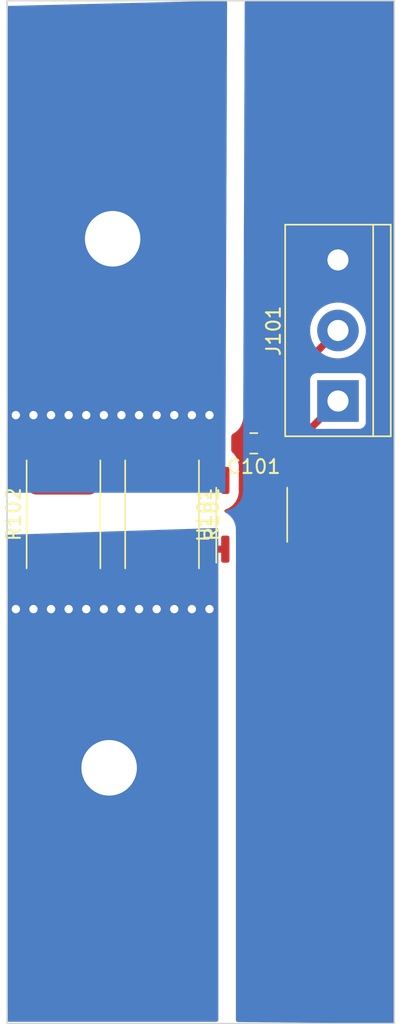
<source format=kicad_pcb>
(kicad_pcb (version 20221018) (generator pcbnew)
  (layers (0 "F.Cu" signal) (31 "B.Cu" signal) (34 "B.Paste" user) (35 "F.Paste" user) (36 "B.SilkS" user "B.Silkscreen") (37 "F.SilkS" user "F.Silkscreen") (38 "B.Mask" user) (39 "F.Mask" user) (44 "Edge.Cuts" user))
  (net 0 "")
  (net 1 "VCC")
  (net 2 "GND")
  (net 3 "/+Vshunt")
  (net 4 "/-Vshunt")
  (net 5 "/Vout")
  (footprint "Package_SO:SOIC-8_3.9x4.9mm_P1.27mm" (layer "F.Cu") (at 124.333 63.057 90)
    (fp_text reference "U101" (at 0 -3.4 90) (layer "F.SilkS"))
    (fp_text value "INA283")
    (fp_line (start 0 -2.56) (end -3.45 -2.56) (stroke (width 0.12)) (layer "F.SilkS"))
    (fp_line (start 0 -2.56) (end 1.95 -2.56) (stroke (width 0.12)) (layer "F.SilkS"))
    (fp_line (start 0 2.56) (end -1.95 2.56) (stroke (width 0.12)) (layer "F.SilkS"))
    (fp_line (start 0 2.56) (end 1.95 2.56) (stroke (width 0.12)) (layer "F.SilkS"))
    (pad "1" smd roundrect (at -2.475 -1.905 90) (size 1.95 0.6) (layers "F.Cu" "F.Paste" "F.Mask") (net 4 "/-Vshunt"))
    (pad "2" smd roundrect (at -2.475 -0.635 90) (size 1.95 0.6) (layers "F.Cu" "F.Paste" "F.Mask") (net 2 "GND"))
    (pad "3" smd roundrect (at -2.475 0.635 90) (size 1.95 0.6) (layers "F.Cu" "F.Paste" "F.Mask") (net 1 "VCC"))
    (pad "4" smd roundrect (at -2.475 1.905 90) (size 1.95 0.6) (layers "F.Cu" "F.Paste" "F.Mask"))
    (pad "5" smd roundrect (at 2.475 1.905 90) (size 1.95 0.6) (layers "F.Cu" "F.Paste" "F.Mask") (net 5 "/Vout"))
    (pad "6" smd roundrect (at 2.475 0.635 90) (size 1.95 0.6) (layers "F.Cu" "F.Paste" "F.Mask") (net 1 "VCC"))
    (pad "7" smd roundrect (at 2.475 -0.635 90) (size 1.95 0.6) (layers "F.Cu" "F.Paste" "F.Mask") (net 2 "GND"))
    (pad "8" smd roundrect (at 2.475 -1.905 90) (size 1.95 0.6) (layers "F.Cu" "F.Paste" "F.Mask") (net 3 "/+Vshunt"))
  )
  (footprint "Zenite:CSS2H-3920R-L200FE" (layer "F.Cu") (at 110.7525 63.0238 90)
    (fp_text reference "R102" (at 0 -3.6 90) (layer "F.SilkS"))
    (fp_text value "0.2mR 12W 1%")
    (fp_line (start -3.886252 -2.66) (end 3.886252 -2.66) (stroke (width 0.12)) (layer "F.SilkS"))
    (fp_line (start -3.886252 2.66) (end 3.886252 2.66) (stroke (width 0.12)) (layer "F.SilkS"))
    (pad "1" smd roundrect (at -3.5878 0.0085 90) (size 3.9244 5.317) (layers "F.Cu" "F.Paste" "F.Mask") (roundrect_rratio 0.1694918969) (net 4 "/-Vshunt"))
    (pad "2" smd roundrect (at 3.4862 -0.055 90) (size 4.1276 5.19) (layers "F.Cu" "F.Paste" "F.Mask") (roundrect_rratio 0.1694919566) (net 3 "/+Vshunt"))
  )
  (footprint "Zenite:MountingHole_13mmx13mm_Rectangular" (layer "F.Cu") (at 114.3 43.18)
    (fp_text reference "H101" hide)
    (fp_text value "MountingHole_Pad")
    (pad "1" thru_hole rect (at 0 0) (size 13 13) (drill 4) (layers "*.Cu" "*.Mask") (net 3 "/+Vshunt"))
  )
  (footprint "Zenite:MountingHole_13mmx13mm_Rectangular" (layer "F.Cu") (at 114.046 81.28)
    (fp_text reference "H102" hide)
    (fp_text value "MountingHole_Pad")
    (pad "1" thru_hole rect (at 0 0) (size 13 13) (drill 4) (layers "*.Cu" "*.Mask") (net 4 "/-Vshunt"))
  )
  (footprint "TerminalBlock:TerminalBlock_bornier-3_P5.08mm" (layer "F.Cu") (at 130.556 54.864 90)
    (fp_text reference "J101" (at 5.05 -4.65 90) (layer "F.SilkS"))
    (fp_text value "Conn_01x03")
    (fp_line (start -2.54 -3.81) (end 12.7 -3.81) (stroke (width 0.12)) (layer "F.SilkS"))
    (fp_line (start -2.54 2.54) (end 12.7 2.54) (stroke (width 0.12)) (layer "F.SilkS"))
    (fp_line (start -2.54 3.81) (end -2.54 -3.81) (stroke (width 0.12)) (layer "F.SilkS"))
    (fp_line (start -2.54 3.81) (end 12.7 3.81) (stroke (width 0.12)) (layer "F.SilkS"))
    (fp_line (start 12.7 3.81) (end 12.7 -3.81) (stroke (width 0.12)) (layer "F.SilkS"))
    (pad "1" thru_hole rect (at 0 0 90) (size 3 3) (drill 1.52) (layers "*.Cu" "*.Mask") (net 1 "VCC"))
    (pad "2" thru_hole circle (at 5.08 0 90) (size 3 3) (drill 1.52) (layers "*.Cu" "*.Mask") (net 5 "/Vout"))
    (pad "3" thru_hole circle (at 10.16 0 90) (size 3 3) (drill 1.52) (layers "*.Cu" "*.Mask") (net 2 "GND"))
  )
  (footprint "Zenite:CSS2H-3920R-L200FE" (layer "F.Cu") (at 117.8645 63.0238 -90)
    (fp_text reference "R101" (at 0 -3.6 90) (layer "F.SilkS"))
    (fp_text value "0.2mR 12W 1%")
    (fp_line (start -3.886252 -2.66) (end 3.886252 -2.66) (stroke (width 0.12)) (layer "F.SilkS"))
    (fp_line (start -3.886252 2.66) (end 3.886252 2.66) (stroke (width 0.12)) (layer "F.SilkS"))
    (pad "1" smd roundrect (at -3.5878 0.0085 270) (size 3.9244 5.317) (layers "F.Cu" "F.Paste" "F.Mask") (roundrect_rratio 0.1694918969) (net 3 "/+Vshunt"))
    (pad "2" smd roundrect (at 3.4862 -0.055 270) (size 4.1276 5.19) (layers "F.Cu" "F.Paste" "F.Mask") (roundrect_rratio 0.1694919566) (net 4 "/-Vshunt"))
  )
  (footprint "Capacitor_SMD:C_0805_2012Metric_Pad1.18x1.45mm_HandSolder" (layer "F.Cu") (at 124.4815 57.912 180)
    (fp_text reference "C101" (at 0 -1.68) (layer "F.SilkS"))
    (fp_text value "100nF")
    (fp_line (start -0.261252 -0.735) (end 0.261252 -0.735) (stroke (width 0.12)) (layer "F.SilkS"))
    (fp_line (start -0.261252 0.735) (end 0.261252 0.735) (stroke (width 0.12)) (layer "F.SilkS"))
    (pad "1" smd roundrect (at -1.0375 0 180) (size 1.175 1.45) (layers "F.Cu" "F.Paste" "F.Mask") (roundrect_rratio 0.2127659574) (net 1 "VCC"))
    (pad "2" smd roundrect (at 1.0375 0 180) (size 1.175 1.45) (layers "F.Cu" "F.Paste" "F.Mask") (roundrect_rratio 0.2127659574) (net 2 "GND"))
  )
  (gr_rect (start 106.68 26.035) (end 134.62 99.695) (stroke (width 0.1)) (fill none) (layer "Edge.Cuts"))
  (segment (start 124.968 60.582) (end 124.968 58.463) (width 0.508) (layer "F.Cu") (net 1))
  (segment (start 124.968 63.5) (end 125.589237 63.5) (width 0.508) (layer "F.Cu") (net 1))
  (segment (start 128.27 57.15) (end 130.556 54.864) (width 0.508) (layer "F.Cu") (net 1))
  (segment (start 128.27 60.819237) (end 128.27 57.15) (width 0.508) (layer "F.Cu") (net 1))
  (segment (start 124.968 62.992) (end 124.968 60.582) (width 0.508) (layer "F.Cu") (net 1))
  (segment (start 125.589237 63.5) (end 128.27 60.819237) (width 0.508) (layer "F.Cu") (net 1))
  (segment (start 124.968 65.532) (end 124.968 63.5) (width 0.508) (layer "F.Cu") (net 1))
  (segment (start 124.968 58.463) (end 125.519 57.912) (width 0.508) (layer "F.Cu") (net 1))
  (segment (start 124.968 63.5) (end 124.968 62.992) (width 0.508) (layer "F.Cu") (net 1))
  (segment (start 125.476 55.711316) (end 125.476 49.784) (width 0.508) (layer "F.Cu") (net 2))
  (segment (start 123.444 57.743316) (end 125.476 55.711316) (width 0.508) (layer "F.Cu") (net 2))
  (segment (start 125.476 49.784) (end 130.556 44.704) (width 0.508) (layer "F.Cu") (net 2))
  (segment (start 123.698 60.582) (end 123.698 65.532) (width 0.508) (layer "F.Cu") (net 2))
  (segment (start 123.698 60.582) (end 123.698 58.166) (width 0.508) (layer "F.Cu") (net 2))
  (segment (start 123.698 58.166) (end 123.444 57.912) (width 0.508) (layer "F.Cu") (net 2))
  (segment (start 123.444 57.912) (end 123.444 57.743316) (width 0.508) (layer "F.Cu") (net 2))
  (segment (start 119.002 60.582) (end 117.856 59.436) (width 0.508) (layer "F.Cu") (net 3))
  (segment (start 122.428 60.582) (end 119.002 60.582) (width 0.508) (layer "F.Cu") (net 3))
  (via (at 112.395 55.88) (size 1.2) (drill 0.6) (layers "F.Cu" "B.Cu") (net 3))
  (via (at 113.665 55.88) (size 1.2) (drill 0.6) (layers "F.Cu" "B.Cu") (net 3))
  (via (at 109.855 55.88) (size 1.2) (drill 0.6) (layers "F.Cu" "B.Cu") (net 3))
  (via (at 118.745 55.88) (size 1.2) (drill 0.6) (layers "F.Cu" "B.Cu") (net 3))
  (via (at 116.205 55.88) (size 1.2) (drill 0.6) (layers "F.Cu" "B.Cu") (net 3))
  (via (at 107.315 55.88) (size 1.2) (drill 0.6) (layers "F.Cu" "B.Cu") (net 3))
  (via (at 114.935 55.88) (size 1.2) (drill 0.6) (layers "F.Cu" "B.Cu") (net 3))
  (via (at 108.585 55.88) (size 1.2) (drill 0.6) (layers "F.Cu" "B.Cu") (net 3))
  (via (at 120.015 55.88) (size 1.2) (drill 0.6) (layers "F.Cu" "B.Cu") (net 3))
  (via (at 121.285 55.88) (size 1.2) (drill 0.6) (layers "F.Cu" "B.Cu") (net 3))
  (via (at 111.125 55.88) (size 1.2) (drill 0.6) (layers "F.Cu" "B.Cu") (net 3))
  (via (at 117.475 55.88) (size 1.2) (drill 0.6) (layers "F.Cu" "B.Cu") (net 3))
  (segment (start 118.8975 65.532) (end 117.9195 66.51) (width 0.508) (layer "F.Cu") (net 4))
  (segment (start 122.428 65.532) (end 118.8975 65.532) (width 0.508) (layer "F.Cu") (net 4))
  (via (at 120.015 69.85) (size 1.2) (drill 0.6) (layers "F.Cu" "B.Cu") (net 4))
  (via (at 116.205 69.85) (size 1.2) (drill 0.6) (layers "F.Cu" "B.Cu") (net 4))
  (via (at 107.315 69.85) (size 1.2) (drill 0.6) (layers "F.Cu" "B.Cu") (net 4))
  (via (at 109.855 69.85) (size 1.2) (drill 0.6) (layers "F.Cu" "B.Cu") (net 4))
  (via (at 117.475 69.85) (size 1.2) (drill 0.6) (layers "F.Cu" "B.Cu") (net 4))
  (via (at 108.585 69.85) (size 1.2) (drill 0.6) (layers "F.Cu" "B.Cu") (net 4))
  (via (at 114.935 69.85) (size 1.2) (drill 0.6) (layers "F.Cu" "B.Cu") (net 4))
  (via (at 113.665 69.85) (size 1.2) (drill 0.6) (layers "F.Cu" "B.Cu") (net 4))
  (via (at 121.285 69.85) (size 1.2) (drill 0.6) (layers "F.Cu" "B.Cu") (net 4))
  (via (at 118.745 69.85) (size 1.2) (drill 0.6) (layers "F.Cu" "B.Cu") (net 4))
  (via (at 112.395 69.85) (size 1.2) (drill 0.6) (layers "F.Cu" "B.Cu") (net 4))
  (via (at 111.125 69.85) (size 1.2) (drill 0.6) (layers "F.Cu" "B.Cu") (net 4))
  (segment (start 126.8685 58.806184) (end 126.8685 53.4715) (width 0.508) (layer "F.Cu") (net 5))
  (segment (start 126.238 59.436684) (end 126.8685 58.806184) (width 0.508) (layer "F.Cu") (net 5))
  (segment (start 126.8685 53.4715) (end 130.556 49.784) (width 0.508) (layer "F.Cu") (net 5))
  (segment (start 126.238 60.582) (end 126.238 59.436684) (width 0.508) (layer "F.Cu") (net 5))
  (zone (net 2) (net_name "GND") (layers "F&B.Cu") (connect_pads yes (clearance 0.508)) (min_thickness 0.25) (fill yes (thermal_gap 0.5) (thermal_bridge_width 0.5))
    (polygon (pts (xy 122.555 26.035) (xy 134.62 26.035) (xy 134.62 99.695) (xy 121.92 99.568)))
  )
  (zone (net 3) (net_name "/+Vshunt") (layers "F&B.Cu") (priority 1) (connect_pads yes (clearance 1.27)) (min_thickness 0.25) (fill yes (thermal_gap 0.5) (thermal_bridge_width 0.5))
    (polygon (pts (xy 106.68 26.416) (xy 122.555 26.035) (xy 122.428 61.468) (xy 106.68 61.468)))
  )
  (zone (net 4) (net_name "/-Vshunt") (layers "F&B.Cu") (priority 1) (connect_pads yes (clearance 1.27)) (min_thickness 0.25) (fill yes (thermal_gap 0.5) (thermal_bridge_width 0.5))
    (polygon (pts (xy 106.172 64.516) (xy 121.92 64.008) (xy 121.92 99.568) (xy 106.172 99.568)))
  )
)
</source>
